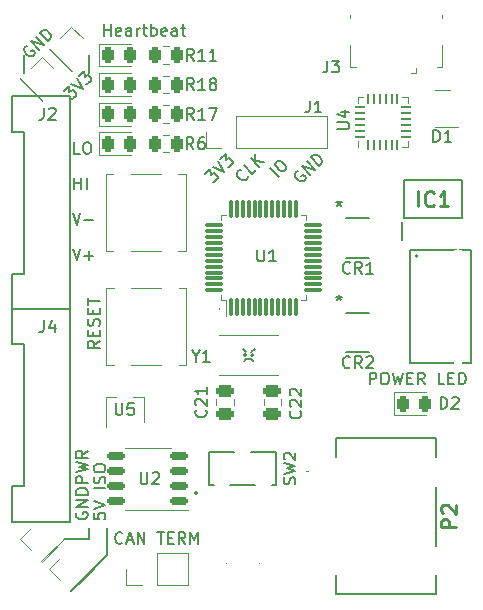
<source format=gto>
%TF.GenerationSoftware,KiCad,Pcbnew,7.0.2*%
%TF.CreationDate,2023-11-21T14:16:57-06:00*%
%TF.ProjectId,BPS-PeripheralSOM,4250532d-5065-4726-9970-686572616c53,rev?*%
%TF.SameCoordinates,Original*%
%TF.FileFunction,Legend,Top*%
%TF.FilePolarity,Positive*%
%FSLAX46Y46*%
G04 Gerber Fmt 4.6, Leading zero omitted, Abs format (unit mm)*
G04 Created by KiCad (PCBNEW 7.0.2) date 2023-11-21 14:16:57*
%MOMM*%
%LPD*%
G01*
G04 APERTURE LIST*
G04 Aperture macros list*
%AMRoundRect*
0 Rectangle with rounded corners*
0 $1 Rounding radius*
0 $2 $3 $4 $5 $6 $7 $8 $9 X,Y pos of 4 corners*
0 Add a 4 corners polygon primitive as box body*
4,1,4,$2,$3,$4,$5,$6,$7,$8,$9,$2,$3,0*
0 Add four circle primitives for the rounded corners*
1,1,$1+$1,$2,$3*
1,1,$1+$1,$4,$5*
1,1,$1+$1,$6,$7*
1,1,$1+$1,$8,$9*
0 Add four rect primitives between the rounded corners*
20,1,$1+$1,$2,$3,$4,$5,0*
20,1,$1+$1,$4,$5,$6,$7,0*
20,1,$1+$1,$6,$7,$8,$9,0*
20,1,$1+$1,$8,$9,$2,$3,0*%
%AMRotRect*
0 Rectangle, with rotation*
0 The origin of the aperture is its center*
0 $1 length*
0 $2 width*
0 $3 Rotation angle, in degrees counterclockwise*
0 Add horizontal line*
21,1,$1,$2,0,0,$3*%
G04 Aperture macros list end*
%ADD10C,0.150000*%
%ADD11C,0.200000*%
%ADD12C,0.254000*%
%ADD13C,0.120000*%
%ADD14C,0.100000*%
%ADD15C,0.152400*%
%ADD16RotRect,1.700000X1.700000X45.000000*%
%ADD17R,1.000000X2.750000*%
%ADD18RoundRect,0.250000X-0.475000X0.250000X-0.475000X-0.250000X0.475000X-0.250000X0.475000X0.250000X0*%
%ADD19R,1.700000X1.700000*%
%ADD20O,1.700000X1.700000*%
%ADD21R,0.700000X1.000000*%
%ADD22R,0.700000X0.600000*%
%ADD23R,0.650000X1.528000*%
%ADD24R,2.100000X1.000000*%
%ADD25R,1.700000X2.400000*%
%ADD26RoundRect,0.243750X-0.243750X-0.456250X0.243750X-0.456250X0.243750X0.456250X-0.243750X0.456250X0*%
%ADD27C,1.270000*%
%ADD28C,1.700000*%
%ADD29RotRect,1.700000X1.700000X315.000000*%
%ADD30RoundRect,0.250000X0.262500X0.450000X-0.262500X0.450000X-0.262500X-0.450000X0.262500X-0.450000X0*%
%ADD31RoundRect,0.075000X0.075000X-0.662500X0.075000X0.662500X-0.075000X0.662500X-0.075000X-0.662500X0*%
%ADD32RoundRect,0.075000X0.662500X-0.075000X0.662500X0.075000X-0.662500X0.075000X-0.662500X-0.075000X0*%
%ADD33RoundRect,0.062500X0.062500X-0.350000X0.062500X0.350000X-0.062500X0.350000X-0.062500X-0.350000X0*%
%ADD34RoundRect,0.062500X0.350000X-0.062500X0.350000X0.062500X-0.350000X0.062500X-0.350000X-0.062500X0*%
%ADD35R,2.600000X2.600000*%
%ADD36C,3.000000*%
%ADD37R,0.400000X1.350000*%
%ADD38O,1.200000X1.900000*%
%ADD39R,1.200000X1.900000*%
%ADD40C,1.450000*%
%ADD41R,1.500000X1.900000*%
%ADD42R,0.762000X1.117600*%
%ADD43RoundRect,0.150000X0.625000X0.150000X-0.625000X0.150000X-0.625000X-0.150000X0.625000X-0.150000X0*%
%ADD44R,1.003300X0.558800*%
%ADD45C,0.850000*%
G04 APERTURE END LIST*
D10*
X134200000Y-60000000D02*
X139300000Y-60000000D01*
X139300000Y-69600000D01*
X134200000Y-69600000D01*
X134200000Y-60000000D01*
X120900000Y-68900000D02*
G75*
G03*
X120900000Y-68900000I-100000J0D01*
G01*
X120700000Y-68600000D02*
X121000000Y-68400000D01*
X120899999Y-69447213D02*
G75*
G03*
X120100001Y-69447213I-399999J-199999D01*
G01*
X118000001Y-65000000D02*
G75*
G03*
X118000001Y-65000000I-1J0D01*
G01*
X107000000Y-84500000D02*
X104880904Y-84500000D01*
X101500000Y-45000000D02*
X101500000Y-43500000D01*
X108500000Y-83500000D02*
X108500000Y-85800000D01*
X120300000Y-68900000D02*
G75*
G03*
X120300000Y-68900000I-100000J0D01*
G01*
X120300000Y-68600000D02*
X120000000Y-68400000D01*
X107000000Y-45000000D02*
X107000000Y-43500000D01*
X107000000Y-83500000D02*
X107000000Y-84500000D01*
X108500000Y-85800000D02*
X105457574Y-88838478D01*
D11*
X134800000Y-60500000D02*
G75*
G03*
X134800000Y-60500000I-100000J0D01*
G01*
D10*
X104854410Y-46558303D02*
X105292143Y-46120570D01*
X105292143Y-46120570D02*
X105325814Y-46625646D01*
X105325814Y-46625646D02*
X105426830Y-46524631D01*
X105426830Y-46524631D02*
X105527845Y-46490959D01*
X105527845Y-46490959D02*
X105595188Y-46490959D01*
X105595188Y-46490959D02*
X105696204Y-46524631D01*
X105696204Y-46524631D02*
X105864562Y-46692990D01*
X105864562Y-46692990D02*
X105898234Y-46794005D01*
X105898234Y-46794005D02*
X105898234Y-46861349D01*
X105898234Y-46861349D02*
X105864562Y-46962364D01*
X105864562Y-46962364D02*
X105662532Y-47164394D01*
X105662532Y-47164394D02*
X105561517Y-47198066D01*
X105561517Y-47198066D02*
X105494173Y-47198066D01*
X105494173Y-45918540D02*
X106436982Y-46389944D01*
X106436982Y-46389944D02*
X105965578Y-45447135D01*
X106133937Y-45278776D02*
X106571669Y-44841043D01*
X106571669Y-44841043D02*
X106605341Y-45346120D01*
X106605341Y-45346120D02*
X106706356Y-45245104D01*
X106706356Y-45245104D02*
X106807372Y-45211433D01*
X106807372Y-45211433D02*
X106874715Y-45211433D01*
X106874715Y-45211433D02*
X106975730Y-45245104D01*
X106975730Y-45245104D02*
X107144089Y-45413463D01*
X107144089Y-45413463D02*
X107177761Y-45514478D01*
X107177761Y-45514478D02*
X107177761Y-45581822D01*
X107177761Y-45581822D02*
X107144089Y-45682837D01*
X107144089Y-45682837D02*
X106942059Y-45884868D01*
X106942059Y-45884868D02*
X106841043Y-45918539D01*
X106841043Y-45918539D02*
X106773700Y-45918539D01*
X105738095Y-54877619D02*
X105738095Y-53877619D01*
X105738095Y-54353809D02*
X106309523Y-54353809D01*
X106309523Y-54877619D02*
X106309523Y-53877619D01*
X106785714Y-54877619D02*
X106785714Y-53877619D01*
X130738095Y-71377619D02*
X130738095Y-70377619D01*
X130738095Y-70377619D02*
X131119047Y-70377619D01*
X131119047Y-70377619D02*
X131214285Y-70425238D01*
X131214285Y-70425238D02*
X131261904Y-70472857D01*
X131261904Y-70472857D02*
X131309523Y-70568095D01*
X131309523Y-70568095D02*
X131309523Y-70710952D01*
X131309523Y-70710952D02*
X131261904Y-70806190D01*
X131261904Y-70806190D02*
X131214285Y-70853809D01*
X131214285Y-70853809D02*
X131119047Y-70901428D01*
X131119047Y-70901428D02*
X130738095Y-70901428D01*
X131928571Y-70377619D02*
X132119047Y-70377619D01*
X132119047Y-70377619D02*
X132214285Y-70425238D01*
X132214285Y-70425238D02*
X132309523Y-70520476D01*
X132309523Y-70520476D02*
X132357142Y-70710952D01*
X132357142Y-70710952D02*
X132357142Y-71044285D01*
X132357142Y-71044285D02*
X132309523Y-71234761D01*
X132309523Y-71234761D02*
X132214285Y-71330000D01*
X132214285Y-71330000D02*
X132119047Y-71377619D01*
X132119047Y-71377619D02*
X131928571Y-71377619D01*
X131928571Y-71377619D02*
X131833333Y-71330000D01*
X131833333Y-71330000D02*
X131738095Y-71234761D01*
X131738095Y-71234761D02*
X131690476Y-71044285D01*
X131690476Y-71044285D02*
X131690476Y-70710952D01*
X131690476Y-70710952D02*
X131738095Y-70520476D01*
X131738095Y-70520476D02*
X131833333Y-70425238D01*
X131833333Y-70425238D02*
X131928571Y-70377619D01*
X132690476Y-70377619D02*
X132928571Y-71377619D01*
X132928571Y-71377619D02*
X133119047Y-70663333D01*
X133119047Y-70663333D02*
X133309523Y-71377619D01*
X133309523Y-71377619D02*
X133547619Y-70377619D01*
X133928571Y-70853809D02*
X134261904Y-70853809D01*
X134404761Y-71377619D02*
X133928571Y-71377619D01*
X133928571Y-71377619D02*
X133928571Y-70377619D01*
X133928571Y-70377619D02*
X134404761Y-70377619D01*
X135404761Y-71377619D02*
X135071428Y-70901428D01*
X134833333Y-71377619D02*
X134833333Y-70377619D01*
X134833333Y-70377619D02*
X135214285Y-70377619D01*
X135214285Y-70377619D02*
X135309523Y-70425238D01*
X135309523Y-70425238D02*
X135357142Y-70472857D01*
X135357142Y-70472857D02*
X135404761Y-70568095D01*
X135404761Y-70568095D02*
X135404761Y-70710952D01*
X135404761Y-70710952D02*
X135357142Y-70806190D01*
X135357142Y-70806190D02*
X135309523Y-70853809D01*
X135309523Y-70853809D02*
X135214285Y-70901428D01*
X135214285Y-70901428D02*
X134833333Y-70901428D01*
X137071428Y-71377619D02*
X136595238Y-71377619D01*
X136595238Y-71377619D02*
X136595238Y-70377619D01*
X137404762Y-70853809D02*
X137738095Y-70853809D01*
X137880952Y-71377619D02*
X137404762Y-71377619D01*
X137404762Y-71377619D02*
X137404762Y-70377619D01*
X137404762Y-70377619D02*
X137880952Y-70377619D01*
X138309524Y-71377619D02*
X138309524Y-70377619D01*
X138309524Y-70377619D02*
X138547619Y-70377619D01*
X138547619Y-70377619D02*
X138690476Y-70425238D01*
X138690476Y-70425238D02*
X138785714Y-70520476D01*
X138785714Y-70520476D02*
X138833333Y-70615714D01*
X138833333Y-70615714D02*
X138880952Y-70806190D01*
X138880952Y-70806190D02*
X138880952Y-70949047D01*
X138880952Y-70949047D02*
X138833333Y-71139523D01*
X138833333Y-71139523D02*
X138785714Y-71234761D01*
X138785714Y-71234761D02*
X138690476Y-71330000D01*
X138690476Y-71330000D02*
X138547619Y-71377619D01*
X138547619Y-71377619D02*
X138309524Y-71377619D01*
X120425223Y-53767017D02*
X120425223Y-53834360D01*
X120425223Y-53834360D02*
X120357879Y-53969047D01*
X120357879Y-53969047D02*
X120290536Y-54036391D01*
X120290536Y-54036391D02*
X120155849Y-54103734D01*
X120155849Y-54103734D02*
X120021162Y-54103734D01*
X120021162Y-54103734D02*
X119920146Y-54070062D01*
X119920146Y-54070062D02*
X119751788Y-53969047D01*
X119751788Y-53969047D02*
X119650772Y-53868032D01*
X119650772Y-53868032D02*
X119549757Y-53699673D01*
X119549757Y-53699673D02*
X119516085Y-53598658D01*
X119516085Y-53598658D02*
X119516085Y-53463971D01*
X119516085Y-53463971D02*
X119583429Y-53329284D01*
X119583429Y-53329284D02*
X119650772Y-53261940D01*
X119650772Y-53261940D02*
X119785459Y-53194597D01*
X119785459Y-53194597D02*
X119852803Y-53194597D01*
X121132329Y-53194597D02*
X120795612Y-53531314D01*
X120795612Y-53531314D02*
X120088505Y-52824208D01*
X121368032Y-52958894D02*
X120660925Y-52251788D01*
X121772093Y-52554833D02*
X121064986Y-52453818D01*
X121064986Y-51847727D02*
X121064986Y-52655849D01*
X108238095Y-41877619D02*
X108238095Y-40877619D01*
X108238095Y-41353809D02*
X108809523Y-41353809D01*
X108809523Y-41877619D02*
X108809523Y-40877619D01*
X109666666Y-41830000D02*
X109571428Y-41877619D01*
X109571428Y-41877619D02*
X109380952Y-41877619D01*
X109380952Y-41877619D02*
X109285714Y-41830000D01*
X109285714Y-41830000D02*
X109238095Y-41734761D01*
X109238095Y-41734761D02*
X109238095Y-41353809D01*
X109238095Y-41353809D02*
X109285714Y-41258571D01*
X109285714Y-41258571D02*
X109380952Y-41210952D01*
X109380952Y-41210952D02*
X109571428Y-41210952D01*
X109571428Y-41210952D02*
X109666666Y-41258571D01*
X109666666Y-41258571D02*
X109714285Y-41353809D01*
X109714285Y-41353809D02*
X109714285Y-41449047D01*
X109714285Y-41449047D02*
X109238095Y-41544285D01*
X110571428Y-41877619D02*
X110571428Y-41353809D01*
X110571428Y-41353809D02*
X110523809Y-41258571D01*
X110523809Y-41258571D02*
X110428571Y-41210952D01*
X110428571Y-41210952D02*
X110238095Y-41210952D01*
X110238095Y-41210952D02*
X110142857Y-41258571D01*
X110571428Y-41830000D02*
X110476190Y-41877619D01*
X110476190Y-41877619D02*
X110238095Y-41877619D01*
X110238095Y-41877619D02*
X110142857Y-41830000D01*
X110142857Y-41830000D02*
X110095238Y-41734761D01*
X110095238Y-41734761D02*
X110095238Y-41639523D01*
X110095238Y-41639523D02*
X110142857Y-41544285D01*
X110142857Y-41544285D02*
X110238095Y-41496666D01*
X110238095Y-41496666D02*
X110476190Y-41496666D01*
X110476190Y-41496666D02*
X110571428Y-41449047D01*
X111047619Y-41877619D02*
X111047619Y-41210952D01*
X111047619Y-41401428D02*
X111095238Y-41306190D01*
X111095238Y-41306190D02*
X111142857Y-41258571D01*
X111142857Y-41258571D02*
X111238095Y-41210952D01*
X111238095Y-41210952D02*
X111333333Y-41210952D01*
X111523810Y-41210952D02*
X111904762Y-41210952D01*
X111666667Y-40877619D02*
X111666667Y-41734761D01*
X111666667Y-41734761D02*
X111714286Y-41830000D01*
X111714286Y-41830000D02*
X111809524Y-41877619D01*
X111809524Y-41877619D02*
X111904762Y-41877619D01*
X112238096Y-41877619D02*
X112238096Y-40877619D01*
X112238096Y-41258571D02*
X112333334Y-41210952D01*
X112333334Y-41210952D02*
X112523810Y-41210952D01*
X112523810Y-41210952D02*
X112619048Y-41258571D01*
X112619048Y-41258571D02*
X112666667Y-41306190D01*
X112666667Y-41306190D02*
X112714286Y-41401428D01*
X112714286Y-41401428D02*
X112714286Y-41687142D01*
X112714286Y-41687142D02*
X112666667Y-41782380D01*
X112666667Y-41782380D02*
X112619048Y-41830000D01*
X112619048Y-41830000D02*
X112523810Y-41877619D01*
X112523810Y-41877619D02*
X112333334Y-41877619D01*
X112333334Y-41877619D02*
X112238096Y-41830000D01*
X113523810Y-41830000D02*
X113428572Y-41877619D01*
X113428572Y-41877619D02*
X113238096Y-41877619D01*
X113238096Y-41877619D02*
X113142858Y-41830000D01*
X113142858Y-41830000D02*
X113095239Y-41734761D01*
X113095239Y-41734761D02*
X113095239Y-41353809D01*
X113095239Y-41353809D02*
X113142858Y-41258571D01*
X113142858Y-41258571D02*
X113238096Y-41210952D01*
X113238096Y-41210952D02*
X113428572Y-41210952D01*
X113428572Y-41210952D02*
X113523810Y-41258571D01*
X113523810Y-41258571D02*
X113571429Y-41353809D01*
X113571429Y-41353809D02*
X113571429Y-41449047D01*
X113571429Y-41449047D02*
X113095239Y-41544285D01*
X114428572Y-41877619D02*
X114428572Y-41353809D01*
X114428572Y-41353809D02*
X114380953Y-41258571D01*
X114380953Y-41258571D02*
X114285715Y-41210952D01*
X114285715Y-41210952D02*
X114095239Y-41210952D01*
X114095239Y-41210952D02*
X114000001Y-41258571D01*
X114428572Y-41830000D02*
X114333334Y-41877619D01*
X114333334Y-41877619D02*
X114095239Y-41877619D01*
X114095239Y-41877619D02*
X114000001Y-41830000D01*
X114000001Y-41830000D02*
X113952382Y-41734761D01*
X113952382Y-41734761D02*
X113952382Y-41639523D01*
X113952382Y-41639523D02*
X114000001Y-41544285D01*
X114000001Y-41544285D02*
X114095239Y-41496666D01*
X114095239Y-41496666D02*
X114333334Y-41496666D01*
X114333334Y-41496666D02*
X114428572Y-41449047D01*
X114761906Y-41210952D02*
X115142858Y-41210952D01*
X114904763Y-40877619D02*
X114904763Y-41734761D01*
X114904763Y-41734761D02*
X114952382Y-41830000D01*
X114952382Y-41830000D02*
X115047620Y-41877619D01*
X115047620Y-41877619D02*
X115142858Y-41877619D01*
X105595238Y-59877619D02*
X105928571Y-60877619D01*
X105928571Y-60877619D02*
X106261904Y-59877619D01*
X106595238Y-60496666D02*
X107357143Y-60496666D01*
X106976190Y-60877619D02*
X106976190Y-60115714D01*
X116830891Y-53581822D02*
X117268624Y-53144089D01*
X117268624Y-53144089D02*
X117302296Y-53649165D01*
X117302296Y-53649165D02*
X117403311Y-53548150D01*
X117403311Y-53548150D02*
X117504326Y-53514478D01*
X117504326Y-53514478D02*
X117571670Y-53514478D01*
X117571670Y-53514478D02*
X117672685Y-53548150D01*
X117672685Y-53548150D02*
X117841044Y-53716509D01*
X117841044Y-53716509D02*
X117874715Y-53817524D01*
X117874715Y-53817524D02*
X117874715Y-53884867D01*
X117874715Y-53884867D02*
X117841044Y-53985883D01*
X117841044Y-53985883D02*
X117639013Y-54187913D01*
X117639013Y-54187913D02*
X117537998Y-54221585D01*
X117537998Y-54221585D02*
X117470654Y-54221585D01*
X117470654Y-52942058D02*
X118413463Y-53413463D01*
X118413463Y-53413463D02*
X117942059Y-52470654D01*
X118110418Y-52302295D02*
X118548151Y-51864562D01*
X118548151Y-51864562D02*
X118581822Y-52369638D01*
X118581822Y-52369638D02*
X118682838Y-52268623D01*
X118682838Y-52268623D02*
X118783853Y-52234951D01*
X118783853Y-52234951D02*
X118851196Y-52234951D01*
X118851196Y-52234951D02*
X118952212Y-52268623D01*
X118952212Y-52268623D02*
X119120570Y-52436982D01*
X119120570Y-52436982D02*
X119154242Y-52537997D01*
X119154242Y-52537997D02*
X119154242Y-52605341D01*
X119154242Y-52605341D02*
X119120570Y-52706356D01*
X119120570Y-52706356D02*
X118918540Y-52908386D01*
X118918540Y-52908386D02*
X118817525Y-52942058D01*
X118817525Y-52942058D02*
X118750181Y-52942058D01*
X123043074Y-53783852D02*
X122335968Y-53076745D01*
X122807372Y-52605341D02*
X122942059Y-52470654D01*
X122942059Y-52470654D02*
X123043074Y-52436982D01*
X123043074Y-52436982D02*
X123177761Y-52436982D01*
X123177761Y-52436982D02*
X123346120Y-52537997D01*
X123346120Y-52537997D02*
X123581822Y-52773700D01*
X123581822Y-52773700D02*
X123682837Y-52942058D01*
X123682837Y-52942058D02*
X123682837Y-53076745D01*
X123682837Y-53076745D02*
X123649166Y-53177761D01*
X123649166Y-53177761D02*
X123514479Y-53312448D01*
X123514479Y-53312448D02*
X123413463Y-53346119D01*
X123413463Y-53346119D02*
X123278776Y-53346119D01*
X123278776Y-53346119D02*
X123110418Y-53245104D01*
X123110418Y-53245104D02*
X122874715Y-53009402D01*
X122874715Y-53009402D02*
X122773700Y-52841043D01*
X122773700Y-52841043D02*
X122773700Y-52706356D01*
X122773700Y-52706356D02*
X122807372Y-52605341D01*
X106214285Y-51877619D02*
X105738095Y-51877619D01*
X105738095Y-51877619D02*
X105738095Y-50877619D01*
X106738095Y-50877619D02*
X106928571Y-50877619D01*
X106928571Y-50877619D02*
X107023809Y-50925238D01*
X107023809Y-50925238D02*
X107119047Y-51020476D01*
X107119047Y-51020476D02*
X107166666Y-51210952D01*
X107166666Y-51210952D02*
X107166666Y-51544285D01*
X107166666Y-51544285D02*
X107119047Y-51734761D01*
X107119047Y-51734761D02*
X107023809Y-51830000D01*
X107023809Y-51830000D02*
X106928571Y-51877619D01*
X106928571Y-51877619D02*
X106738095Y-51877619D01*
X106738095Y-51877619D02*
X106642857Y-51830000D01*
X106642857Y-51830000D02*
X106547619Y-51734761D01*
X106547619Y-51734761D02*
X106500000Y-51544285D01*
X106500000Y-51544285D02*
X106500000Y-51210952D01*
X106500000Y-51210952D02*
X106547619Y-51020476D01*
X106547619Y-51020476D02*
X106642857Y-50925238D01*
X106642857Y-50925238D02*
X106738095Y-50877619D01*
X105595238Y-56877619D02*
X105928571Y-57877619D01*
X105928571Y-57877619D02*
X106261904Y-56877619D01*
X106595238Y-57496666D02*
X107357143Y-57496666D01*
X109809523Y-84782380D02*
X109761904Y-84830000D01*
X109761904Y-84830000D02*
X109619047Y-84877619D01*
X109619047Y-84877619D02*
X109523809Y-84877619D01*
X109523809Y-84877619D02*
X109380952Y-84830000D01*
X109380952Y-84830000D02*
X109285714Y-84734761D01*
X109285714Y-84734761D02*
X109238095Y-84639523D01*
X109238095Y-84639523D02*
X109190476Y-84449047D01*
X109190476Y-84449047D02*
X109190476Y-84306190D01*
X109190476Y-84306190D02*
X109238095Y-84115714D01*
X109238095Y-84115714D02*
X109285714Y-84020476D01*
X109285714Y-84020476D02*
X109380952Y-83925238D01*
X109380952Y-83925238D02*
X109523809Y-83877619D01*
X109523809Y-83877619D02*
X109619047Y-83877619D01*
X109619047Y-83877619D02*
X109761904Y-83925238D01*
X109761904Y-83925238D02*
X109809523Y-83972857D01*
X110190476Y-84591904D02*
X110666666Y-84591904D01*
X110095238Y-84877619D02*
X110428571Y-83877619D01*
X110428571Y-83877619D02*
X110761904Y-84877619D01*
X111095238Y-84877619D02*
X111095238Y-83877619D01*
X111095238Y-83877619D02*
X111666666Y-84877619D01*
X111666666Y-84877619D02*
X111666666Y-83877619D01*
X112761905Y-83877619D02*
X113333333Y-83877619D01*
X113047619Y-84877619D02*
X113047619Y-83877619D01*
X113666667Y-84353809D02*
X114000000Y-84353809D01*
X114142857Y-84877619D02*
X113666667Y-84877619D01*
X113666667Y-84877619D02*
X113666667Y-83877619D01*
X113666667Y-83877619D02*
X114142857Y-83877619D01*
X115142857Y-84877619D02*
X114809524Y-84401428D01*
X114571429Y-84877619D02*
X114571429Y-83877619D01*
X114571429Y-83877619D02*
X114952381Y-83877619D01*
X114952381Y-83877619D02*
X115047619Y-83925238D01*
X115047619Y-83925238D02*
X115095238Y-83972857D01*
X115095238Y-83972857D02*
X115142857Y-84068095D01*
X115142857Y-84068095D02*
X115142857Y-84210952D01*
X115142857Y-84210952D02*
X115095238Y-84306190D01*
X115095238Y-84306190D02*
X115047619Y-84353809D01*
X115047619Y-84353809D02*
X114952381Y-84401428D01*
X114952381Y-84401428D02*
X114571429Y-84401428D01*
X115571429Y-84877619D02*
X115571429Y-83877619D01*
X115571429Y-83877619D02*
X115904762Y-84591904D01*
X115904762Y-84591904D02*
X116238095Y-83877619D01*
X116238095Y-83877619D02*
X116238095Y-84877619D01*
X101778776Y-42701280D02*
X101677761Y-42734952D01*
X101677761Y-42734952D02*
X101576746Y-42835967D01*
X101576746Y-42835967D02*
X101509402Y-42970654D01*
X101509402Y-42970654D02*
X101509402Y-43105341D01*
X101509402Y-43105341D02*
X101543074Y-43206356D01*
X101543074Y-43206356D02*
X101644089Y-43374715D01*
X101644089Y-43374715D02*
X101745104Y-43475730D01*
X101745104Y-43475730D02*
X101913463Y-43576746D01*
X101913463Y-43576746D02*
X102014478Y-43610417D01*
X102014478Y-43610417D02*
X102149165Y-43610417D01*
X102149165Y-43610417D02*
X102283852Y-43543074D01*
X102283852Y-43543074D02*
X102351196Y-43475730D01*
X102351196Y-43475730D02*
X102418539Y-43341043D01*
X102418539Y-43341043D02*
X102418539Y-43273700D01*
X102418539Y-43273700D02*
X102182837Y-43037998D01*
X102182837Y-43037998D02*
X102048150Y-43172685D01*
X102788929Y-43037998D02*
X102081822Y-42330891D01*
X102081822Y-42330891D02*
X103192990Y-42633937D01*
X103192990Y-42633937D02*
X102485883Y-41926830D01*
X103529707Y-42297219D02*
X102822600Y-41590112D01*
X102822600Y-41590112D02*
X102990959Y-41421754D01*
X102990959Y-41421754D02*
X103125646Y-41354410D01*
X103125646Y-41354410D02*
X103260333Y-41354410D01*
X103260333Y-41354410D02*
X103361348Y-41388082D01*
X103361348Y-41388082D02*
X103529707Y-41489097D01*
X103529707Y-41489097D02*
X103630722Y-41590112D01*
X103630722Y-41590112D02*
X103731738Y-41758471D01*
X103731738Y-41758471D02*
X103765409Y-41859486D01*
X103765409Y-41859486D02*
X103765409Y-41994173D01*
X103765409Y-41994173D02*
X103698066Y-42128860D01*
X103698066Y-42128860D02*
X103529707Y-42297219D01*
X124701280Y-53278776D02*
X124600265Y-53312447D01*
X124600265Y-53312447D02*
X124499250Y-53413463D01*
X124499250Y-53413463D02*
X124431906Y-53548150D01*
X124431906Y-53548150D02*
X124431906Y-53682837D01*
X124431906Y-53682837D02*
X124465578Y-53783852D01*
X124465578Y-53783852D02*
X124566593Y-53952211D01*
X124566593Y-53952211D02*
X124667609Y-54053226D01*
X124667609Y-54053226D02*
X124835967Y-54154241D01*
X124835967Y-54154241D02*
X124936983Y-54187913D01*
X124936983Y-54187913D02*
X125071670Y-54187913D01*
X125071670Y-54187913D02*
X125206357Y-54120570D01*
X125206357Y-54120570D02*
X125273700Y-54053226D01*
X125273700Y-54053226D02*
X125341044Y-53918539D01*
X125341044Y-53918539D02*
X125341044Y-53851195D01*
X125341044Y-53851195D02*
X125105341Y-53615493D01*
X125105341Y-53615493D02*
X124970654Y-53750180D01*
X125711433Y-53615493D02*
X125004326Y-52908386D01*
X125004326Y-52908386D02*
X126115494Y-53211432D01*
X126115494Y-53211432D02*
X125408387Y-52504325D01*
X126452211Y-52874715D02*
X125745105Y-52167608D01*
X125745105Y-52167608D02*
X125913463Y-51999249D01*
X125913463Y-51999249D02*
X126048150Y-51931906D01*
X126048150Y-51931906D02*
X126182837Y-51931906D01*
X126182837Y-51931906D02*
X126283853Y-51965577D01*
X126283853Y-51965577D02*
X126452211Y-52066593D01*
X126452211Y-52066593D02*
X126553227Y-52167608D01*
X126553227Y-52167608D02*
X126654242Y-52335967D01*
X126654242Y-52335967D02*
X126687914Y-52436982D01*
X126687914Y-52436982D02*
X126687914Y-52571669D01*
X126687914Y-52571669D02*
X126620570Y-52706356D01*
X126620570Y-52706356D02*
X126452211Y-52874715D01*
X107877619Y-67690476D02*
X107401428Y-68023809D01*
X107877619Y-68261904D02*
X106877619Y-68261904D01*
X106877619Y-68261904D02*
X106877619Y-67880952D01*
X106877619Y-67880952D02*
X106925238Y-67785714D01*
X106925238Y-67785714D02*
X106972857Y-67738095D01*
X106972857Y-67738095D02*
X107068095Y-67690476D01*
X107068095Y-67690476D02*
X107210952Y-67690476D01*
X107210952Y-67690476D02*
X107306190Y-67738095D01*
X107306190Y-67738095D02*
X107353809Y-67785714D01*
X107353809Y-67785714D02*
X107401428Y-67880952D01*
X107401428Y-67880952D02*
X107401428Y-68261904D01*
X107353809Y-67261904D02*
X107353809Y-66928571D01*
X107877619Y-66785714D02*
X107877619Y-67261904D01*
X107877619Y-67261904D02*
X106877619Y-67261904D01*
X106877619Y-67261904D02*
X106877619Y-66785714D01*
X107830000Y-66404761D02*
X107877619Y-66261904D01*
X107877619Y-66261904D02*
X107877619Y-66023809D01*
X107877619Y-66023809D02*
X107830000Y-65928571D01*
X107830000Y-65928571D02*
X107782380Y-65880952D01*
X107782380Y-65880952D02*
X107687142Y-65833333D01*
X107687142Y-65833333D02*
X107591904Y-65833333D01*
X107591904Y-65833333D02*
X107496666Y-65880952D01*
X107496666Y-65880952D02*
X107449047Y-65928571D01*
X107449047Y-65928571D02*
X107401428Y-66023809D01*
X107401428Y-66023809D02*
X107353809Y-66214285D01*
X107353809Y-66214285D02*
X107306190Y-66309523D01*
X107306190Y-66309523D02*
X107258571Y-66357142D01*
X107258571Y-66357142D02*
X107163333Y-66404761D01*
X107163333Y-66404761D02*
X107068095Y-66404761D01*
X107068095Y-66404761D02*
X106972857Y-66357142D01*
X106972857Y-66357142D02*
X106925238Y-66309523D01*
X106925238Y-66309523D02*
X106877619Y-66214285D01*
X106877619Y-66214285D02*
X106877619Y-65976190D01*
X106877619Y-65976190D02*
X106925238Y-65833333D01*
X107353809Y-65404761D02*
X107353809Y-65071428D01*
X107877619Y-64928571D02*
X107877619Y-65404761D01*
X107877619Y-65404761D02*
X106877619Y-65404761D01*
X106877619Y-65404761D02*
X106877619Y-64928571D01*
X106877619Y-64642856D02*
X106877619Y-64071428D01*
X107877619Y-64357142D02*
X106877619Y-64357142D01*
X107377619Y-82285714D02*
X107377619Y-82761904D01*
X107377619Y-82761904D02*
X107853809Y-82809523D01*
X107853809Y-82809523D02*
X107806190Y-82761904D01*
X107806190Y-82761904D02*
X107758571Y-82666666D01*
X107758571Y-82666666D02*
X107758571Y-82428571D01*
X107758571Y-82428571D02*
X107806190Y-82333333D01*
X107806190Y-82333333D02*
X107853809Y-82285714D01*
X107853809Y-82285714D02*
X107949047Y-82238095D01*
X107949047Y-82238095D02*
X108187142Y-82238095D01*
X108187142Y-82238095D02*
X108282380Y-82285714D01*
X108282380Y-82285714D02*
X108330000Y-82333333D01*
X108330000Y-82333333D02*
X108377619Y-82428571D01*
X108377619Y-82428571D02*
X108377619Y-82666666D01*
X108377619Y-82666666D02*
X108330000Y-82761904D01*
X108330000Y-82761904D02*
X108282380Y-82809523D01*
X107377619Y-81952380D02*
X108377619Y-81619047D01*
X108377619Y-81619047D02*
X107377619Y-81285714D01*
X108377619Y-80190475D02*
X107377619Y-80190475D01*
X108330000Y-79761904D02*
X108377619Y-79619047D01*
X108377619Y-79619047D02*
X108377619Y-79380952D01*
X108377619Y-79380952D02*
X108330000Y-79285714D01*
X108330000Y-79285714D02*
X108282380Y-79238095D01*
X108282380Y-79238095D02*
X108187142Y-79190476D01*
X108187142Y-79190476D02*
X108091904Y-79190476D01*
X108091904Y-79190476D02*
X107996666Y-79238095D01*
X107996666Y-79238095D02*
X107949047Y-79285714D01*
X107949047Y-79285714D02*
X107901428Y-79380952D01*
X107901428Y-79380952D02*
X107853809Y-79571428D01*
X107853809Y-79571428D02*
X107806190Y-79666666D01*
X107806190Y-79666666D02*
X107758571Y-79714285D01*
X107758571Y-79714285D02*
X107663333Y-79761904D01*
X107663333Y-79761904D02*
X107568095Y-79761904D01*
X107568095Y-79761904D02*
X107472857Y-79714285D01*
X107472857Y-79714285D02*
X107425238Y-79666666D01*
X107425238Y-79666666D02*
X107377619Y-79571428D01*
X107377619Y-79571428D02*
X107377619Y-79333333D01*
X107377619Y-79333333D02*
X107425238Y-79190476D01*
X107377619Y-78571428D02*
X107377619Y-78380952D01*
X107377619Y-78380952D02*
X107425238Y-78285714D01*
X107425238Y-78285714D02*
X107520476Y-78190476D01*
X107520476Y-78190476D02*
X107710952Y-78142857D01*
X107710952Y-78142857D02*
X108044285Y-78142857D01*
X108044285Y-78142857D02*
X108234761Y-78190476D01*
X108234761Y-78190476D02*
X108330000Y-78285714D01*
X108330000Y-78285714D02*
X108377619Y-78380952D01*
X108377619Y-78380952D02*
X108377619Y-78571428D01*
X108377619Y-78571428D02*
X108330000Y-78666666D01*
X108330000Y-78666666D02*
X108234761Y-78761904D01*
X108234761Y-78761904D02*
X108044285Y-78809523D01*
X108044285Y-78809523D02*
X107710952Y-78809523D01*
X107710952Y-78809523D02*
X107520476Y-78761904D01*
X107520476Y-78761904D02*
X107425238Y-78666666D01*
X107425238Y-78666666D02*
X107377619Y-78571428D01*
X105925238Y-82238095D02*
X105877619Y-82333333D01*
X105877619Y-82333333D02*
X105877619Y-82476190D01*
X105877619Y-82476190D02*
X105925238Y-82619047D01*
X105925238Y-82619047D02*
X106020476Y-82714285D01*
X106020476Y-82714285D02*
X106115714Y-82761904D01*
X106115714Y-82761904D02*
X106306190Y-82809523D01*
X106306190Y-82809523D02*
X106449047Y-82809523D01*
X106449047Y-82809523D02*
X106639523Y-82761904D01*
X106639523Y-82761904D02*
X106734761Y-82714285D01*
X106734761Y-82714285D02*
X106830000Y-82619047D01*
X106830000Y-82619047D02*
X106877619Y-82476190D01*
X106877619Y-82476190D02*
X106877619Y-82380952D01*
X106877619Y-82380952D02*
X106830000Y-82238095D01*
X106830000Y-82238095D02*
X106782380Y-82190476D01*
X106782380Y-82190476D02*
X106449047Y-82190476D01*
X106449047Y-82190476D02*
X106449047Y-82380952D01*
X106877619Y-81761904D02*
X105877619Y-81761904D01*
X105877619Y-81761904D02*
X106877619Y-81190476D01*
X106877619Y-81190476D02*
X105877619Y-81190476D01*
X106877619Y-80714285D02*
X105877619Y-80714285D01*
X105877619Y-80714285D02*
X105877619Y-80476190D01*
X105877619Y-80476190D02*
X105925238Y-80333333D01*
X105925238Y-80333333D02*
X106020476Y-80238095D01*
X106020476Y-80238095D02*
X106115714Y-80190476D01*
X106115714Y-80190476D02*
X106306190Y-80142857D01*
X106306190Y-80142857D02*
X106449047Y-80142857D01*
X106449047Y-80142857D02*
X106639523Y-80190476D01*
X106639523Y-80190476D02*
X106734761Y-80238095D01*
X106734761Y-80238095D02*
X106830000Y-80333333D01*
X106830000Y-80333333D02*
X106877619Y-80476190D01*
X106877619Y-80476190D02*
X106877619Y-80714285D01*
X106877619Y-79714285D02*
X105877619Y-79714285D01*
X105877619Y-79714285D02*
X105877619Y-79333333D01*
X105877619Y-79333333D02*
X105925238Y-79238095D01*
X105925238Y-79238095D02*
X105972857Y-79190476D01*
X105972857Y-79190476D02*
X106068095Y-79142857D01*
X106068095Y-79142857D02*
X106210952Y-79142857D01*
X106210952Y-79142857D02*
X106306190Y-79190476D01*
X106306190Y-79190476D02*
X106353809Y-79238095D01*
X106353809Y-79238095D02*
X106401428Y-79333333D01*
X106401428Y-79333333D02*
X106401428Y-79714285D01*
X105877619Y-78809523D02*
X106877619Y-78571428D01*
X106877619Y-78571428D02*
X106163333Y-78380952D01*
X106163333Y-78380952D02*
X106877619Y-78190476D01*
X106877619Y-78190476D02*
X105877619Y-77952381D01*
X106877619Y-77000000D02*
X106401428Y-77333333D01*
X106877619Y-77571428D02*
X105877619Y-77571428D01*
X105877619Y-77571428D02*
X105877619Y-77190476D01*
X105877619Y-77190476D02*
X105925238Y-77095238D01*
X105925238Y-77095238D02*
X105972857Y-77047619D01*
X105972857Y-77047619D02*
X106068095Y-77000000D01*
X106068095Y-77000000D02*
X106210952Y-77000000D01*
X106210952Y-77000000D02*
X106306190Y-77047619D01*
X106306190Y-77047619D02*
X106353809Y-77095238D01*
X106353809Y-77095238D02*
X106401428Y-77190476D01*
X106401428Y-77190476D02*
X106401428Y-77571428D01*
%TO.C,C22*%
X124867380Y-73642857D02*
X124915000Y-73690476D01*
X124915000Y-73690476D02*
X124962619Y-73833333D01*
X124962619Y-73833333D02*
X124962619Y-73928571D01*
X124962619Y-73928571D02*
X124915000Y-74071428D01*
X124915000Y-74071428D02*
X124819761Y-74166666D01*
X124819761Y-74166666D02*
X124724523Y-74214285D01*
X124724523Y-74214285D02*
X124534047Y-74261904D01*
X124534047Y-74261904D02*
X124391190Y-74261904D01*
X124391190Y-74261904D02*
X124200714Y-74214285D01*
X124200714Y-74214285D02*
X124105476Y-74166666D01*
X124105476Y-74166666D02*
X124010238Y-74071428D01*
X124010238Y-74071428D02*
X123962619Y-73928571D01*
X123962619Y-73928571D02*
X123962619Y-73833333D01*
X123962619Y-73833333D02*
X124010238Y-73690476D01*
X124010238Y-73690476D02*
X124057857Y-73642857D01*
X124057857Y-73261904D02*
X124010238Y-73214285D01*
X124010238Y-73214285D02*
X123962619Y-73119047D01*
X123962619Y-73119047D02*
X123962619Y-72880952D01*
X123962619Y-72880952D02*
X124010238Y-72785714D01*
X124010238Y-72785714D02*
X124057857Y-72738095D01*
X124057857Y-72738095D02*
X124153095Y-72690476D01*
X124153095Y-72690476D02*
X124248333Y-72690476D01*
X124248333Y-72690476D02*
X124391190Y-72738095D01*
X124391190Y-72738095D02*
X124962619Y-73309523D01*
X124962619Y-73309523D02*
X124962619Y-72690476D01*
X124057857Y-72309523D02*
X124010238Y-72261904D01*
X124010238Y-72261904D02*
X123962619Y-72166666D01*
X123962619Y-72166666D02*
X123962619Y-71928571D01*
X123962619Y-71928571D02*
X124010238Y-71833333D01*
X124010238Y-71833333D02*
X124057857Y-71785714D01*
X124057857Y-71785714D02*
X124153095Y-71738095D01*
X124153095Y-71738095D02*
X124248333Y-71738095D01*
X124248333Y-71738095D02*
X124391190Y-71785714D01*
X124391190Y-71785714D02*
X124962619Y-72357142D01*
X124962619Y-72357142D02*
X124962619Y-71738095D01*
%TO.C,J1*%
X125666666Y-47352619D02*
X125666666Y-48066904D01*
X125666666Y-48066904D02*
X125619047Y-48209761D01*
X125619047Y-48209761D02*
X125523809Y-48305000D01*
X125523809Y-48305000D02*
X125380952Y-48352619D01*
X125380952Y-48352619D02*
X125285714Y-48352619D01*
X126666666Y-48352619D02*
X126095238Y-48352619D01*
X126380952Y-48352619D02*
X126380952Y-47352619D01*
X126380952Y-47352619D02*
X126285714Y-47495476D01*
X126285714Y-47495476D02*
X126190476Y-47590714D01*
X126190476Y-47590714D02*
X126095238Y-47638333D01*
%TO.C,D1*%
X136141905Y-50842619D02*
X136141905Y-49842619D01*
X136141905Y-49842619D02*
X136380000Y-49842619D01*
X136380000Y-49842619D02*
X136522857Y-49890238D01*
X136522857Y-49890238D02*
X136618095Y-49985476D01*
X136618095Y-49985476D02*
X136665714Y-50080714D01*
X136665714Y-50080714D02*
X136713333Y-50271190D01*
X136713333Y-50271190D02*
X136713333Y-50414047D01*
X136713333Y-50414047D02*
X136665714Y-50604523D01*
X136665714Y-50604523D02*
X136618095Y-50699761D01*
X136618095Y-50699761D02*
X136522857Y-50795000D01*
X136522857Y-50795000D02*
X136380000Y-50842619D01*
X136380000Y-50842619D02*
X136141905Y-50842619D01*
X137665714Y-50842619D02*
X137094286Y-50842619D01*
X137380000Y-50842619D02*
X137380000Y-49842619D01*
X137380000Y-49842619D02*
X137284762Y-49985476D01*
X137284762Y-49985476D02*
X137189524Y-50080714D01*
X137189524Y-50080714D02*
X137094286Y-50128333D01*
D12*
%TO.C,IC1*%
X134855237Y-56298526D02*
X134855237Y-55028526D01*
X136185714Y-56177573D02*
X136125238Y-56238050D01*
X136125238Y-56238050D02*
X135943809Y-56298526D01*
X135943809Y-56298526D02*
X135822857Y-56298526D01*
X135822857Y-56298526D02*
X135641428Y-56238050D01*
X135641428Y-56238050D02*
X135520476Y-56117097D01*
X135520476Y-56117097D02*
X135459999Y-55996145D01*
X135459999Y-55996145D02*
X135399523Y-55754240D01*
X135399523Y-55754240D02*
X135399523Y-55572811D01*
X135399523Y-55572811D02*
X135459999Y-55330907D01*
X135459999Y-55330907D02*
X135520476Y-55209954D01*
X135520476Y-55209954D02*
X135641428Y-55089002D01*
X135641428Y-55089002D02*
X135822857Y-55028526D01*
X135822857Y-55028526D02*
X135943809Y-55028526D01*
X135943809Y-55028526D02*
X136125238Y-55089002D01*
X136125238Y-55089002D02*
X136185714Y-55149478D01*
X137395238Y-56298526D02*
X136669523Y-56298526D01*
X137032380Y-56298526D02*
X137032380Y-55028526D01*
X137032380Y-55028526D02*
X136911428Y-55209954D01*
X136911428Y-55209954D02*
X136790476Y-55330907D01*
X136790476Y-55330907D02*
X136669523Y-55391383D01*
%TO.C,P2*%
X138087526Y-83487381D02*
X136817526Y-83487381D01*
X136817526Y-83487381D02*
X136817526Y-83003571D01*
X136817526Y-83003571D02*
X136878002Y-82882619D01*
X136878002Y-82882619D02*
X136938478Y-82822142D01*
X136938478Y-82822142D02*
X137059430Y-82761666D01*
X137059430Y-82761666D02*
X137240859Y-82761666D01*
X137240859Y-82761666D02*
X137361811Y-82822142D01*
X137361811Y-82822142D02*
X137422288Y-82882619D01*
X137422288Y-82882619D02*
X137482764Y-83003571D01*
X137482764Y-83003571D02*
X137482764Y-83487381D01*
X136938478Y-82277857D02*
X136878002Y-82217381D01*
X136878002Y-82217381D02*
X136817526Y-82096428D01*
X136817526Y-82096428D02*
X136817526Y-81794047D01*
X136817526Y-81794047D02*
X136878002Y-81673095D01*
X136878002Y-81673095D02*
X136938478Y-81612619D01*
X136938478Y-81612619D02*
X137059430Y-81552142D01*
X137059430Y-81552142D02*
X137180383Y-81552142D01*
X137180383Y-81552142D02*
X137361811Y-81612619D01*
X137361811Y-81612619D02*
X138087526Y-82338333D01*
X138087526Y-82338333D02*
X138087526Y-81552142D01*
D10*
%TO.C,Y1*%
X116023809Y-68986428D02*
X116023809Y-69462619D01*
X115690476Y-68462619D02*
X116023809Y-68986428D01*
X116023809Y-68986428D02*
X116357142Y-68462619D01*
X117214285Y-69462619D02*
X116642857Y-69462619D01*
X116928571Y-69462619D02*
X116928571Y-68462619D01*
X116928571Y-68462619D02*
X116833333Y-68605476D01*
X116833333Y-68605476D02*
X116738095Y-68700714D01*
X116738095Y-68700714D02*
X116642857Y-68748333D01*
%TO.C,J4*%
X103166666Y-65962619D02*
X103166666Y-66676904D01*
X103166666Y-66676904D02*
X103119047Y-66819761D01*
X103119047Y-66819761D02*
X103023809Y-66915000D01*
X103023809Y-66915000D02*
X102880952Y-66962619D01*
X102880952Y-66962619D02*
X102785714Y-66962619D01*
X104071428Y-66295952D02*
X104071428Y-66962619D01*
X103833333Y-65915000D02*
X103595238Y-66629285D01*
X103595238Y-66629285D02*
X104214285Y-66629285D01*
%TO.C,U5*%
X109238095Y-72962619D02*
X109238095Y-73772142D01*
X109238095Y-73772142D02*
X109285714Y-73867380D01*
X109285714Y-73867380D02*
X109333333Y-73915000D01*
X109333333Y-73915000D02*
X109428571Y-73962619D01*
X109428571Y-73962619D02*
X109619047Y-73962619D01*
X109619047Y-73962619D02*
X109714285Y-73915000D01*
X109714285Y-73915000D02*
X109761904Y-73867380D01*
X109761904Y-73867380D02*
X109809523Y-73772142D01*
X109809523Y-73772142D02*
X109809523Y-72962619D01*
X110761904Y-72962619D02*
X110285714Y-72962619D01*
X110285714Y-72962619D02*
X110238095Y-73438809D01*
X110238095Y-73438809D02*
X110285714Y-73391190D01*
X110285714Y-73391190D02*
X110380952Y-73343571D01*
X110380952Y-73343571D02*
X110619047Y-73343571D01*
X110619047Y-73343571D02*
X110714285Y-73391190D01*
X110714285Y-73391190D02*
X110761904Y-73438809D01*
X110761904Y-73438809D02*
X110809523Y-73534047D01*
X110809523Y-73534047D02*
X110809523Y-73772142D01*
X110809523Y-73772142D02*
X110761904Y-73867380D01*
X110761904Y-73867380D02*
X110714285Y-73915000D01*
X110714285Y-73915000D02*
X110619047Y-73962619D01*
X110619047Y-73962619D02*
X110380952Y-73962619D01*
X110380952Y-73962619D02*
X110285714Y-73915000D01*
X110285714Y-73915000D02*
X110238095Y-73867380D01*
%TO.C,R17*%
X115857142Y-48962619D02*
X115523809Y-48486428D01*
X115285714Y-48962619D02*
X115285714Y-47962619D01*
X115285714Y-47962619D02*
X115666666Y-47962619D01*
X115666666Y-47962619D02*
X115761904Y-48010238D01*
X115761904Y-48010238D02*
X115809523Y-48057857D01*
X115809523Y-48057857D02*
X115857142Y-48153095D01*
X115857142Y-48153095D02*
X115857142Y-48295952D01*
X115857142Y-48295952D02*
X115809523Y-48391190D01*
X115809523Y-48391190D02*
X115761904Y-48438809D01*
X115761904Y-48438809D02*
X115666666Y-48486428D01*
X115666666Y-48486428D02*
X115285714Y-48486428D01*
X116809523Y-48962619D02*
X116238095Y-48962619D01*
X116523809Y-48962619D02*
X116523809Y-47962619D01*
X116523809Y-47962619D02*
X116428571Y-48105476D01*
X116428571Y-48105476D02*
X116333333Y-48200714D01*
X116333333Y-48200714D02*
X116238095Y-48248333D01*
X117142857Y-47962619D02*
X117809523Y-47962619D01*
X117809523Y-47962619D02*
X117380952Y-48962619D01*
%TO.C,R6*%
X115833333Y-51462619D02*
X115500000Y-50986428D01*
X115261905Y-51462619D02*
X115261905Y-50462619D01*
X115261905Y-50462619D02*
X115642857Y-50462619D01*
X115642857Y-50462619D02*
X115738095Y-50510238D01*
X115738095Y-50510238D02*
X115785714Y-50557857D01*
X115785714Y-50557857D02*
X115833333Y-50653095D01*
X115833333Y-50653095D02*
X115833333Y-50795952D01*
X115833333Y-50795952D02*
X115785714Y-50891190D01*
X115785714Y-50891190D02*
X115738095Y-50938809D01*
X115738095Y-50938809D02*
X115642857Y-50986428D01*
X115642857Y-50986428D02*
X115261905Y-50986428D01*
X116690476Y-50462619D02*
X116500000Y-50462619D01*
X116500000Y-50462619D02*
X116404762Y-50510238D01*
X116404762Y-50510238D02*
X116357143Y-50557857D01*
X116357143Y-50557857D02*
X116261905Y-50700714D01*
X116261905Y-50700714D02*
X116214286Y-50891190D01*
X116214286Y-50891190D02*
X116214286Y-51272142D01*
X116214286Y-51272142D02*
X116261905Y-51367380D01*
X116261905Y-51367380D02*
X116309524Y-51415000D01*
X116309524Y-51415000D02*
X116404762Y-51462619D01*
X116404762Y-51462619D02*
X116595238Y-51462619D01*
X116595238Y-51462619D02*
X116690476Y-51415000D01*
X116690476Y-51415000D02*
X116738095Y-51367380D01*
X116738095Y-51367380D02*
X116785714Y-51272142D01*
X116785714Y-51272142D02*
X116785714Y-51034047D01*
X116785714Y-51034047D02*
X116738095Y-50938809D01*
X116738095Y-50938809D02*
X116690476Y-50891190D01*
X116690476Y-50891190D02*
X116595238Y-50843571D01*
X116595238Y-50843571D02*
X116404762Y-50843571D01*
X116404762Y-50843571D02*
X116309524Y-50891190D01*
X116309524Y-50891190D02*
X116261905Y-50938809D01*
X116261905Y-50938809D02*
X116214286Y-51034047D01*
%TO.C,U1*%
X121238095Y-59962619D02*
X121238095Y-60772142D01*
X121238095Y-60772142D02*
X121285714Y-60867380D01*
X121285714Y-60867380D02*
X121333333Y-60915000D01*
X121333333Y-60915000D02*
X121428571Y-60962619D01*
X121428571Y-60962619D02*
X121619047Y-60962619D01*
X121619047Y-60962619D02*
X121714285Y-60915000D01*
X121714285Y-60915000D02*
X121761904Y-60867380D01*
X121761904Y-60867380D02*
X121809523Y-60772142D01*
X121809523Y-60772142D02*
X121809523Y-59962619D01*
X122809523Y-60962619D02*
X122238095Y-60962619D01*
X122523809Y-60962619D02*
X122523809Y-59962619D01*
X122523809Y-59962619D02*
X122428571Y-60105476D01*
X122428571Y-60105476D02*
X122333333Y-60200714D01*
X122333333Y-60200714D02*
X122238095Y-60248333D01*
%TO.C,U4*%
X128012619Y-49761904D02*
X128822142Y-49761904D01*
X128822142Y-49761904D02*
X128917380Y-49714285D01*
X128917380Y-49714285D02*
X128965000Y-49666666D01*
X128965000Y-49666666D02*
X129012619Y-49571428D01*
X129012619Y-49571428D02*
X129012619Y-49380952D01*
X129012619Y-49380952D02*
X128965000Y-49285714D01*
X128965000Y-49285714D02*
X128917380Y-49238095D01*
X128917380Y-49238095D02*
X128822142Y-49190476D01*
X128822142Y-49190476D02*
X128012619Y-49190476D01*
X128345952Y-48285714D02*
X129012619Y-48285714D01*
X127965000Y-48523809D02*
X128679285Y-48761904D01*
X128679285Y-48761904D02*
X128679285Y-48142857D01*
%TO.C,MH1*%
X118666667Y-86462619D02*
X118666667Y-85462619D01*
X118666667Y-85462619D02*
X119000000Y-86176904D01*
X119000000Y-86176904D02*
X119333333Y-85462619D01*
X119333333Y-85462619D02*
X119333333Y-86462619D01*
X119809524Y-86462619D02*
X119809524Y-85462619D01*
X119809524Y-85938809D02*
X120380952Y-85938809D01*
X120380952Y-86462619D02*
X120380952Y-85462619D01*
X121380952Y-86462619D02*
X120809524Y-86462619D01*
X121095238Y-86462619D02*
X121095238Y-85462619D01*
X121095238Y-85462619D02*
X121000000Y-85605476D01*
X121000000Y-85605476D02*
X120904762Y-85700714D01*
X120904762Y-85700714D02*
X120809524Y-85748333D01*
%TO.C,J3*%
X127166666Y-43962619D02*
X127166666Y-44676904D01*
X127166666Y-44676904D02*
X127119047Y-44819761D01*
X127119047Y-44819761D02*
X127023809Y-44915000D01*
X127023809Y-44915000D02*
X126880952Y-44962619D01*
X126880952Y-44962619D02*
X126785714Y-44962619D01*
X127547619Y-43962619D02*
X128166666Y-43962619D01*
X128166666Y-43962619D02*
X127833333Y-44343571D01*
X127833333Y-44343571D02*
X127976190Y-44343571D01*
X127976190Y-44343571D02*
X128071428Y-44391190D01*
X128071428Y-44391190D02*
X128119047Y-44438809D01*
X128119047Y-44438809D02*
X128166666Y-44534047D01*
X128166666Y-44534047D02*
X128166666Y-44772142D01*
X128166666Y-44772142D02*
X128119047Y-44867380D01*
X128119047Y-44867380D02*
X128071428Y-44915000D01*
X128071428Y-44915000D02*
X127976190Y-44962619D01*
X127976190Y-44962619D02*
X127690476Y-44962619D01*
X127690476Y-44962619D02*
X127595238Y-44915000D01*
X127595238Y-44915000D02*
X127547619Y-44867380D01*
%TO.C,J2*%
X103166666Y-47962619D02*
X103166666Y-48676904D01*
X103166666Y-48676904D02*
X103119047Y-48819761D01*
X103119047Y-48819761D02*
X103023809Y-48915000D01*
X103023809Y-48915000D02*
X102880952Y-48962619D01*
X102880952Y-48962619D02*
X102785714Y-48962619D01*
X103595238Y-48057857D02*
X103642857Y-48010238D01*
X103642857Y-48010238D02*
X103738095Y-47962619D01*
X103738095Y-47962619D02*
X103976190Y-47962619D01*
X103976190Y-47962619D02*
X104071428Y-48010238D01*
X104071428Y-48010238D02*
X104119047Y-48057857D01*
X104119047Y-48057857D02*
X104166666Y-48153095D01*
X104166666Y-48153095D02*
X104166666Y-48248333D01*
X104166666Y-48248333D02*
X104119047Y-48391190D01*
X104119047Y-48391190D02*
X103547619Y-48962619D01*
X103547619Y-48962619D02*
X104166666Y-48962619D01*
%TO.C,R11*%
X115857142Y-43962619D02*
X115523809Y-43486428D01*
X115285714Y-43962619D02*
X115285714Y-42962619D01*
X115285714Y-42962619D02*
X115666666Y-42962619D01*
X115666666Y-42962619D02*
X115761904Y-43010238D01*
X115761904Y-43010238D02*
X115809523Y-43057857D01*
X115809523Y-43057857D02*
X115857142Y-43153095D01*
X115857142Y-43153095D02*
X115857142Y-43295952D01*
X115857142Y-43295952D02*
X115809523Y-43391190D01*
X115809523Y-43391190D02*
X115761904Y-43438809D01*
X115761904Y-43438809D02*
X115666666Y-43486428D01*
X115666666Y-43486428D02*
X115285714Y-43486428D01*
X116809523Y-43962619D02*
X116238095Y-43962619D01*
X116523809Y-43962619D02*
X116523809Y-42962619D01*
X116523809Y-42962619D02*
X116428571Y-43105476D01*
X116428571Y-43105476D02*
X116333333Y-43200714D01*
X116333333Y-43200714D02*
X116238095Y-43248333D01*
X117761904Y-43962619D02*
X117190476Y-43962619D01*
X117476190Y-43962619D02*
X117476190Y-42962619D01*
X117476190Y-42962619D02*
X117380952Y-43105476D01*
X117380952Y-43105476D02*
X117285714Y-43200714D01*
X117285714Y-43200714D02*
X117190476Y-43248333D01*
%TO.C,MH2*%
X118666667Y-44462619D02*
X118666667Y-43462619D01*
X118666667Y-43462619D02*
X119000000Y-44176904D01*
X119000000Y-44176904D02*
X119333333Y-43462619D01*
X119333333Y-43462619D02*
X119333333Y-44462619D01*
X119809524Y-44462619D02*
X119809524Y-43462619D01*
X119809524Y-43938809D02*
X120380952Y-43938809D01*
X120380952Y-44462619D02*
X120380952Y-43462619D01*
X120809524Y-43557857D02*
X120857143Y-43510238D01*
X120857143Y-43510238D02*
X120952381Y-43462619D01*
X120952381Y-43462619D02*
X121190476Y-43462619D01*
X121190476Y-43462619D02*
X121285714Y-43510238D01*
X121285714Y-43510238D02*
X121333333Y-43557857D01*
X121333333Y-43557857D02*
X121380952Y-43653095D01*
X121380952Y-43653095D02*
X121380952Y-43748333D01*
X121380952Y-43748333D02*
X121333333Y-43891190D01*
X121333333Y-43891190D02*
X120761905Y-44462619D01*
X120761905Y-44462619D02*
X121380952Y-44462619D01*
%TO.C,SW2*%
X124415000Y-79833332D02*
X124462619Y-79690475D01*
X124462619Y-79690475D02*
X124462619Y-79452380D01*
X124462619Y-79452380D02*
X124415000Y-79357142D01*
X124415000Y-79357142D02*
X124367380Y-79309523D01*
X124367380Y-79309523D02*
X124272142Y-79261904D01*
X124272142Y-79261904D02*
X124176904Y-79261904D01*
X124176904Y-79261904D02*
X124081666Y-79309523D01*
X124081666Y-79309523D02*
X124034047Y-79357142D01*
X124034047Y-79357142D02*
X123986428Y-79452380D01*
X123986428Y-79452380D02*
X123938809Y-79642856D01*
X123938809Y-79642856D02*
X123891190Y-79738094D01*
X123891190Y-79738094D02*
X123843571Y-79785713D01*
X123843571Y-79785713D02*
X123748333Y-79833332D01*
X123748333Y-79833332D02*
X123653095Y-79833332D01*
X123653095Y-79833332D02*
X123557857Y-79785713D01*
X123557857Y-79785713D02*
X123510238Y-79738094D01*
X123510238Y-79738094D02*
X123462619Y-79642856D01*
X123462619Y-79642856D02*
X123462619Y-79404761D01*
X123462619Y-79404761D02*
X123510238Y-79261904D01*
X123462619Y-78928570D02*
X124462619Y-78690475D01*
X124462619Y-78690475D02*
X123748333Y-78499999D01*
X123748333Y-78499999D02*
X124462619Y-78309523D01*
X124462619Y-78309523D02*
X123462619Y-78071428D01*
X123557857Y-77738094D02*
X123510238Y-77690475D01*
X123510238Y-77690475D02*
X123462619Y-77595237D01*
X123462619Y-77595237D02*
X123462619Y-77357142D01*
X123462619Y-77357142D02*
X123510238Y-77261904D01*
X123510238Y-77261904D02*
X123557857Y-77214285D01*
X123557857Y-77214285D02*
X123653095Y-77166666D01*
X123653095Y-77166666D02*
X123748333Y-77166666D01*
X123748333Y-77166666D02*
X123891190Y-77214285D01*
X123891190Y-77214285D02*
X124462619Y-77785713D01*
X124462619Y-77785713D02*
X124462619Y-77166666D01*
%TO.C,C21*%
X116867380Y-73542857D02*
X116915000Y-73590476D01*
X116915000Y-73590476D02*
X116962619Y-73733333D01*
X116962619Y-73733333D02*
X116962619Y-73828571D01*
X116962619Y-73828571D02*
X116915000Y-73971428D01*
X116915000Y-73971428D02*
X116819761Y-74066666D01*
X116819761Y-74066666D02*
X116724523Y-74114285D01*
X116724523Y-74114285D02*
X116534047Y-74161904D01*
X116534047Y-74161904D02*
X116391190Y-74161904D01*
X116391190Y-74161904D02*
X116200714Y-74114285D01*
X116200714Y-74114285D02*
X116105476Y-74066666D01*
X116105476Y-74066666D02*
X116010238Y-73971428D01*
X116010238Y-73971428D02*
X115962619Y-73828571D01*
X115962619Y-73828571D02*
X115962619Y-73733333D01*
X115962619Y-73733333D02*
X116010238Y-73590476D01*
X116010238Y-73590476D02*
X116057857Y-73542857D01*
X116057857Y-73161904D02*
X116010238Y-73114285D01*
X116010238Y-73114285D02*
X115962619Y-73019047D01*
X115962619Y-73019047D02*
X115962619Y-72780952D01*
X115962619Y-72780952D02*
X116010238Y-72685714D01*
X116010238Y-72685714D02*
X116057857Y-72638095D01*
X116057857Y-72638095D02*
X116153095Y-72590476D01*
X116153095Y-72590476D02*
X116248333Y-72590476D01*
X116248333Y-72590476D02*
X116391190Y-72638095D01*
X116391190Y-72638095D02*
X116962619Y-73209523D01*
X116962619Y-73209523D02*
X116962619Y-72590476D01*
X116962619Y-71638095D02*
X116962619Y-72209523D01*
X116962619Y-71923809D02*
X115962619Y-71923809D01*
X115962619Y-71923809D02*
X116105476Y-72019047D01*
X116105476Y-72019047D02*
X116200714Y-72114285D01*
X116200714Y-72114285D02*
X116248333Y-72209523D01*
%TO.C,D2*%
X136761905Y-73462619D02*
X136761905Y-72462619D01*
X136761905Y-72462619D02*
X137000000Y-72462619D01*
X137000000Y-72462619D02*
X137142857Y-72510238D01*
X137142857Y-72510238D02*
X137238095Y-72605476D01*
X137238095Y-72605476D02*
X137285714Y-72700714D01*
X137285714Y-72700714D02*
X137333333Y-72891190D01*
X137333333Y-72891190D02*
X137333333Y-73034047D01*
X137333333Y-73034047D02*
X137285714Y-73224523D01*
X137285714Y-73224523D02*
X137238095Y-73319761D01*
X137238095Y-73319761D02*
X137142857Y-73415000D01*
X137142857Y-73415000D02*
X137000000Y-73462619D01*
X137000000Y-73462619D02*
X136761905Y-73462619D01*
X137714286Y-72557857D02*
X137761905Y-72510238D01*
X137761905Y-72510238D02*
X137857143Y-72462619D01*
X137857143Y-72462619D02*
X138095238Y-72462619D01*
X138095238Y-72462619D02*
X138190476Y-72510238D01*
X138190476Y-72510238D02*
X138238095Y-72557857D01*
X138238095Y-72557857D02*
X138285714Y-72653095D01*
X138285714Y-72653095D02*
X138285714Y-72748333D01*
X138285714Y-72748333D02*
X138238095Y-72891190D01*
X138238095Y-72891190D02*
X137666667Y-73462619D01*
X137666667Y-73462619D02*
X138285714Y-73462619D01*
%TO.C,U2*%
X111363095Y-78827619D02*
X111363095Y-79637142D01*
X111363095Y-79637142D02*
X111410714Y-79732380D01*
X111410714Y-79732380D02*
X111458333Y-79780000D01*
X111458333Y-79780000D02*
X111553571Y-79827619D01*
X111553571Y-79827619D02*
X111744047Y-79827619D01*
X111744047Y-79827619D02*
X111839285Y-79780000D01*
X111839285Y-79780000D02*
X111886904Y-79732380D01*
X111886904Y-79732380D02*
X111934523Y-79637142D01*
X111934523Y-79637142D02*
X111934523Y-78827619D01*
X112363095Y-78922857D02*
X112410714Y-78875238D01*
X112410714Y-78875238D02*
X112505952Y-78827619D01*
X112505952Y-78827619D02*
X112744047Y-78827619D01*
X112744047Y-78827619D02*
X112839285Y-78875238D01*
X112839285Y-78875238D02*
X112886904Y-78922857D01*
X112886904Y-78922857D02*
X112934523Y-79018095D01*
X112934523Y-79018095D02*
X112934523Y-79113333D01*
X112934523Y-79113333D02*
X112886904Y-79256190D01*
X112886904Y-79256190D02*
X112315476Y-79827619D01*
X112315476Y-79827619D02*
X112934523Y-79827619D01*
%TO.C,R18*%
X115857142Y-46462619D02*
X115523809Y-45986428D01*
X115285714Y-46462619D02*
X115285714Y-45462619D01*
X115285714Y-45462619D02*
X115666666Y-45462619D01*
X115666666Y-45462619D02*
X115761904Y-45510238D01*
X115761904Y-45510238D02*
X115809523Y-45557857D01*
X115809523Y-45557857D02*
X115857142Y-45653095D01*
X115857142Y-45653095D02*
X115857142Y-45795952D01*
X115857142Y-45795952D02*
X115809523Y-45891190D01*
X115809523Y-45891190D02*
X115761904Y-45938809D01*
X115761904Y-45938809D02*
X115666666Y-45986428D01*
X115666666Y-45986428D02*
X115285714Y-45986428D01*
X116809523Y-46462619D02*
X116238095Y-46462619D01*
X116523809Y-46462619D02*
X116523809Y-45462619D01*
X116523809Y-45462619D02*
X116428571Y-45605476D01*
X116428571Y-45605476D02*
X116333333Y-45700714D01*
X116333333Y-45700714D02*
X116238095Y-45748333D01*
X117380952Y-45891190D02*
X117285714Y-45843571D01*
X117285714Y-45843571D02*
X117238095Y-45795952D01*
X117238095Y-45795952D02*
X117190476Y-45700714D01*
X117190476Y-45700714D02*
X117190476Y-45653095D01*
X117190476Y-45653095D02*
X117238095Y-45557857D01*
X117238095Y-45557857D02*
X117285714Y-45510238D01*
X117285714Y-45510238D02*
X117380952Y-45462619D01*
X117380952Y-45462619D02*
X117571428Y-45462619D01*
X117571428Y-45462619D02*
X117666666Y-45510238D01*
X117666666Y-45510238D02*
X117714285Y-45557857D01*
X117714285Y-45557857D02*
X117761904Y-45653095D01*
X117761904Y-45653095D02*
X117761904Y-45700714D01*
X117761904Y-45700714D02*
X117714285Y-45795952D01*
X117714285Y-45795952D02*
X117666666Y-45843571D01*
X117666666Y-45843571D02*
X117571428Y-45891190D01*
X117571428Y-45891190D02*
X117380952Y-45891190D01*
X117380952Y-45891190D02*
X117285714Y-45938809D01*
X117285714Y-45938809D02*
X117238095Y-45986428D01*
X117238095Y-45986428D02*
X117190476Y-46081666D01*
X117190476Y-46081666D02*
X117190476Y-46272142D01*
X117190476Y-46272142D02*
X117238095Y-46367380D01*
X117238095Y-46367380D02*
X117285714Y-46415000D01*
X117285714Y-46415000D02*
X117380952Y-46462619D01*
X117380952Y-46462619D02*
X117571428Y-46462619D01*
X117571428Y-46462619D02*
X117666666Y-46415000D01*
X117666666Y-46415000D02*
X117714285Y-46367380D01*
X117714285Y-46367380D02*
X117761904Y-46272142D01*
X117761904Y-46272142D02*
X117761904Y-46081666D01*
X117761904Y-46081666D02*
X117714285Y-45986428D01*
X117714285Y-45986428D02*
X117666666Y-45938809D01*
X117666666Y-45938809D02*
X117571428Y-45891190D01*
%TO.C,CR2*%
X129085883Y-69907380D02*
X129038264Y-69955000D01*
X129038264Y-69955000D02*
X128895407Y-70002619D01*
X128895407Y-70002619D02*
X128800169Y-70002619D01*
X128800169Y-70002619D02*
X128657312Y-69955000D01*
X128657312Y-69955000D02*
X128562074Y-69859761D01*
X128562074Y-69859761D02*
X128514455Y-69764523D01*
X128514455Y-69764523D02*
X128466836Y-69574047D01*
X128466836Y-69574047D02*
X128466836Y-69431190D01*
X128466836Y-69431190D02*
X128514455Y-69240714D01*
X128514455Y-69240714D02*
X128562074Y-69145476D01*
X128562074Y-69145476D02*
X128657312Y-69050238D01*
X128657312Y-69050238D02*
X128800169Y-69002619D01*
X128800169Y-69002619D02*
X128895407Y-69002619D01*
X128895407Y-69002619D02*
X129038264Y-69050238D01*
X129038264Y-69050238D02*
X129085883Y-69097857D01*
X130085883Y-70002619D02*
X129752550Y-69526428D01*
X129514455Y-70002619D02*
X129514455Y-69002619D01*
X129514455Y-69002619D02*
X129895407Y-69002619D01*
X129895407Y-69002619D02*
X129990645Y-69050238D01*
X129990645Y-69050238D02*
X130038264Y-69097857D01*
X130038264Y-69097857D02*
X130085883Y-69193095D01*
X130085883Y-69193095D02*
X130085883Y-69335952D01*
X130085883Y-69335952D02*
X130038264Y-69431190D01*
X130038264Y-69431190D02*
X129990645Y-69478809D01*
X129990645Y-69478809D02*
X129895407Y-69526428D01*
X129895407Y-69526428D02*
X129514455Y-69526428D01*
X130466836Y-69097857D02*
X130514455Y-69050238D01*
X130514455Y-69050238D02*
X130609693Y-69002619D01*
X130609693Y-69002619D02*
X130847788Y-69002619D01*
X130847788Y-69002619D02*
X130943026Y-69050238D01*
X130943026Y-69050238D02*
X130990645Y-69097857D01*
X130990645Y-69097857D02*
X131038264Y-69193095D01*
X131038264Y-69193095D02*
X131038264Y-69288333D01*
X131038264Y-69288333D02*
X130990645Y-69431190D01*
X130990645Y-69431190D02*
X130419217Y-70002619D01*
X130419217Y-70002619D02*
X131038264Y-70002619D01*
X128146000Y-63810819D02*
X128146000Y-64048914D01*
X127907905Y-63953676D02*
X128146000Y-64048914D01*
X128146000Y-64048914D02*
X128384095Y-63953676D01*
X128003143Y-64239390D02*
X128146000Y-64048914D01*
X128146000Y-64048914D02*
X128288857Y-64239390D01*
X128146000Y-63810819D02*
X128146000Y-64048914D01*
X127907905Y-63953676D02*
X128146000Y-64048914D01*
X128146000Y-64048914D02*
X128384095Y-63953676D01*
X128003143Y-64239390D02*
X128146000Y-64048914D01*
X128146000Y-64048914D02*
X128288857Y-64239390D01*
%TO.C,CR1*%
X129085883Y-61907380D02*
X129038264Y-61955000D01*
X129038264Y-61955000D02*
X128895407Y-62002619D01*
X128895407Y-62002619D02*
X128800169Y-62002619D01*
X128800169Y-62002619D02*
X128657312Y-61955000D01*
X128657312Y-61955000D02*
X128562074Y-61859761D01*
X128562074Y-61859761D02*
X128514455Y-61764523D01*
X128514455Y-61764523D02*
X128466836Y-61574047D01*
X128466836Y-61574047D02*
X128466836Y-61431190D01*
X128466836Y-61431190D02*
X128514455Y-61240714D01*
X128514455Y-61240714D02*
X128562074Y-61145476D01*
X128562074Y-61145476D02*
X128657312Y-61050238D01*
X128657312Y-61050238D02*
X128800169Y-61002619D01*
X128800169Y-61002619D02*
X128895407Y-61002619D01*
X128895407Y-61002619D02*
X129038264Y-61050238D01*
X129038264Y-61050238D02*
X129085883Y-61097857D01*
X130085883Y-62002619D02*
X129752550Y-61526428D01*
X129514455Y-62002619D02*
X129514455Y-61002619D01*
X129514455Y-61002619D02*
X129895407Y-61002619D01*
X129895407Y-61002619D02*
X129990645Y-61050238D01*
X129990645Y-61050238D02*
X130038264Y-61097857D01*
X130038264Y-61097857D02*
X130085883Y-61193095D01*
X130085883Y-61193095D02*
X130085883Y-61335952D01*
X130085883Y-61335952D02*
X130038264Y-61431190D01*
X130038264Y-61431190D02*
X129990645Y-61478809D01*
X129990645Y-61478809D02*
X129895407Y-61526428D01*
X129895407Y-61526428D02*
X129514455Y-61526428D01*
X131038264Y-62002619D02*
X130466836Y-62002619D01*
X130752550Y-62002619D02*
X130752550Y-61002619D01*
X130752550Y-61002619D02*
X130657312Y-61145476D01*
X130657312Y-61145476D02*
X130562074Y-61240714D01*
X130562074Y-61240714D02*
X130466836Y-61288333D01*
X128146000Y-55810819D02*
X128146000Y-56048914D01*
X127907905Y-55953676D02*
X128146000Y-56048914D01*
X128146000Y-56048914D02*
X128384095Y-55953676D01*
X128003143Y-56239390D02*
X128146000Y-56048914D01*
X128146000Y-56048914D02*
X128288857Y-56239390D01*
X128146000Y-55810819D02*
X128146000Y-56048914D01*
X127907905Y-55953676D02*
X128146000Y-56048914D01*
X128146000Y-56048914D02*
X128384095Y-55953676D01*
X128003143Y-56239390D02*
X128146000Y-56048914D01*
X128146000Y-56048914D02*
X128288857Y-56239390D01*
D13*
%TO.C,TP4*%
X101119096Y-84500000D02*
X102059548Y-83559548D01*
X102059548Y-85440452D02*
X101119096Y-84500000D01*
X102957574Y-86338478D02*
X103000000Y-86380904D01*
X102957574Y-86338478D02*
X104838478Y-84457574D01*
X103000000Y-86380904D02*
X104880904Y-84500000D01*
X104838478Y-84457574D02*
X104880904Y-84500000D01*
%TO.C,SW5*%
X108398000Y-60106500D02*
X109048000Y-60106500D01*
X110548000Y-60106500D02*
X113048000Y-60106500D01*
X115198000Y-60106500D02*
X114548000Y-60106500D01*
X108398000Y-53606500D02*
X108398000Y-60106500D01*
X109048000Y-53606500D02*
X108398000Y-53606500D01*
X110548000Y-53606500D02*
X113048000Y-53606500D01*
X114548000Y-53606500D02*
X115198000Y-53606500D01*
X115198000Y-53606500D02*
X115198000Y-60106500D01*
%TO.C,C22*%
X123235000Y-72638748D02*
X123235000Y-73161252D01*
X121765000Y-72638748D02*
X121765000Y-73161252D01*
%TO.C,J1*%
X116870000Y-51330000D02*
X116870000Y-50000000D01*
X118200000Y-51330000D02*
X116870000Y-51330000D01*
X119470000Y-51330000D02*
X127150000Y-51330000D01*
X119470000Y-51330000D02*
X119470000Y-48670000D01*
X127150000Y-51330000D02*
X127150000Y-48670000D01*
X119470000Y-48670000D02*
X127150000Y-48670000D01*
%TO.C,D1*%
X137550000Y-46440000D02*
X136250000Y-46440000D01*
X136250000Y-49560000D02*
X138250000Y-49560000D01*
D11*
%TO.C,IC1*%
X133515000Y-59186000D02*
X133515000Y-57659000D01*
X133643000Y-57309000D02*
X133643000Y-54113000D01*
X138547000Y-57309000D02*
X133643000Y-57309000D01*
X133643000Y-54113000D02*
X138547000Y-54113000D01*
X138547000Y-54113000D02*
X138547000Y-57309000D01*
%TO.C,P2*%
X136360000Y-75950000D02*
X127860000Y-75950000D01*
X127860000Y-75950000D02*
X127860000Y-77550000D01*
X136360000Y-77550000D02*
X136360000Y-75950000D01*
D14*
X125510000Y-78740000D02*
X125510000Y-78740000D01*
X125410000Y-78740000D02*
X125410000Y-78740000D01*
D11*
X136360000Y-85050000D02*
X136360000Y-80050000D01*
X136360000Y-87550000D02*
X136360000Y-89150000D01*
X136360000Y-89150000D02*
X127860000Y-89150000D01*
X127860000Y-89150000D02*
X127860000Y-87550000D01*
D14*
X125410000Y-78740000D02*
G75*
G03*
X125510000Y-78740000I50000J0D01*
G01*
X125510000Y-78740000D02*
G75*
G03*
X125410000Y-78740000I-50000J0D01*
G01*
D13*
%TO.C,Y1*%
X118000000Y-67190000D02*
X123000000Y-67190000D01*
X118000000Y-70610000D02*
X123000000Y-70610000D01*
%TO.C,D14*%
X107815000Y-45040000D02*
X107815000Y-46960000D01*
X107815000Y-46960000D02*
X110500000Y-46960000D01*
X110500000Y-45040000D02*
X107815000Y-45040000D01*
D10*
%TO.C,J4*%
X100500000Y-83000000D02*
X100500000Y-80000000D01*
X105400000Y-83000000D02*
X100500000Y-83000000D01*
X100500000Y-80000000D02*
X101500000Y-80000000D01*
X101500000Y-80000000D02*
X101500000Y-68000000D01*
X100500000Y-68000000D02*
X100500000Y-65000000D01*
X101500000Y-68000000D02*
X100500000Y-68000000D01*
X100500000Y-65000000D02*
X105400000Y-65000000D01*
X105400000Y-65000000D02*
X105400000Y-83000000D01*
D13*
%TO.C,U5*%
X108390000Y-75000000D02*
X108390000Y-72425000D01*
X111610000Y-74575000D02*
X111610000Y-72425000D01*
X108390000Y-72425000D02*
X109300000Y-72425000D01*
X110700000Y-72425000D02*
X111610000Y-72425000D01*
%TO.C,TP6*%
X103000000Y-43619096D02*
X103940452Y-44559548D01*
X102059548Y-44559548D02*
X103000000Y-43619096D01*
X101161522Y-45457574D02*
X101119096Y-45500000D01*
X101161522Y-45457574D02*
X103042426Y-47338478D01*
X101119096Y-45500000D02*
X103000000Y-47380904D01*
X103042426Y-47338478D02*
X103000000Y-47380904D01*
%TO.C,R17*%
X113727064Y-49235000D02*
X113272936Y-49235000D01*
X113727064Y-47765000D02*
X113272936Y-47765000D01*
%TO.C,JP2*%
X110130000Y-88330000D02*
X110130000Y-87000000D01*
X111460000Y-88330000D02*
X110130000Y-88330000D01*
X112730000Y-88330000D02*
X115330000Y-88330000D01*
X112730000Y-88330000D02*
X112730000Y-85670000D01*
X115330000Y-88330000D02*
X115330000Y-85670000D01*
X112730000Y-85670000D02*
X115330000Y-85670000D01*
%TO.C,TP1*%
X105500000Y-41119096D02*
X106440452Y-42059548D01*
X104559548Y-42059548D02*
X105500000Y-41119096D01*
X103661522Y-42957574D02*
X103619096Y-43000000D01*
X103661522Y-42957574D02*
X105542426Y-44838478D01*
X103619096Y-43000000D02*
X105500000Y-44880904D01*
X105542426Y-44838478D02*
X105500000Y-44880904D01*
%TO.C,R6*%
X113727064Y-51735000D02*
X113272936Y-51735000D01*
X113727064Y-50265000D02*
X113272936Y-50265000D01*
%TO.C,U1*%
X118140000Y-64272500D02*
X118590000Y-64272500D01*
X118590000Y-64272500D02*
X118590000Y-65562500D01*
X125360000Y-64272500D02*
X124910000Y-64272500D01*
X118140000Y-63822500D02*
X118140000Y-64272500D01*
X125360000Y-63822500D02*
X125360000Y-64272500D01*
X118140000Y-57502500D02*
X118140000Y-57052500D01*
X125360000Y-57502500D02*
X125360000Y-57052500D01*
X118140000Y-57052500D02*
X118590000Y-57052500D01*
X125360000Y-57052500D02*
X124910000Y-57052500D01*
%TO.C,SW1*%
X115226000Y-63250000D02*
X114576000Y-63250000D01*
X113076000Y-63250000D02*
X110576000Y-63250000D01*
X108426000Y-63250000D02*
X109076000Y-63250000D01*
X115226000Y-69750000D02*
X115226000Y-63250000D01*
X114576000Y-69750000D02*
X115226000Y-69750000D01*
X113076000Y-69750000D02*
X110576000Y-69750000D01*
X109076000Y-69750000D02*
X108426000Y-69750000D01*
X108426000Y-69750000D02*
X108426000Y-63250000D01*
%TO.C,U4*%
X133960000Y-51260000D02*
X133485000Y-51260000D01*
X129740000Y-50785000D02*
X129740000Y-51260000D01*
X133960000Y-50785000D02*
X133960000Y-51260000D01*
X129740000Y-47515000D02*
X129740000Y-47040000D01*
X133960000Y-47515000D02*
X133960000Y-47040000D01*
X129740000Y-47040000D02*
X130215000Y-47040000D01*
X133960000Y-47040000D02*
X133485000Y-47040000D01*
%TO.C,J3*%
X136900000Y-44500000D02*
X136450000Y-44500000D01*
X136900000Y-42650000D02*
X136900000Y-44500000D01*
X136900000Y-40100000D02*
X136900000Y-40350000D01*
X134700000Y-45050000D02*
X134700000Y-44600000D01*
X134700000Y-45050000D02*
X134250000Y-45050000D01*
X129100000Y-44500000D02*
X129550000Y-44500000D01*
X129100000Y-42650000D02*
X129100000Y-44500000D01*
X129100000Y-40100000D02*
X129100000Y-40350000D01*
D10*
%TO.C,J2*%
X100500000Y-65000000D02*
X100500000Y-62000000D01*
X105400000Y-65000000D02*
X100500000Y-65000000D01*
X100500000Y-62000000D02*
X101500000Y-62000000D01*
X101500000Y-62000000D02*
X101500000Y-50000000D01*
X100500000Y-50000000D02*
X100500000Y-47000000D01*
X101500000Y-50000000D02*
X100500000Y-50000000D01*
X100500000Y-47000000D02*
X105400000Y-47000000D01*
X105400000Y-47000000D02*
X105400000Y-65000000D01*
D13*
%TO.C,R11*%
X113727064Y-44235000D02*
X113272936Y-44235000D01*
X113727064Y-42765000D02*
X113272936Y-42765000D01*
D15*
%TO.C,SW2*%
X117167900Y-77128400D02*
X117167900Y-79871600D01*
X117167900Y-79871600D02*
X117536258Y-79871600D01*
X118963738Y-79871600D02*
X121036262Y-79871600D01*
X119286260Y-77128400D02*
X117167900Y-77128400D01*
X122463742Y-79871600D02*
X122832100Y-79871600D01*
X122832100Y-77128400D02*
X120713740Y-77128400D01*
X122832100Y-79871600D02*
X122832100Y-77128400D01*
X116151900Y-80595500D02*
G75*
G03*
X116151900Y-80595500I-127000J0D01*
G01*
D13*
%TO.C,D12*%
X107815000Y-50040000D02*
X107815000Y-51960000D01*
X107815000Y-51960000D02*
X110500000Y-51960000D01*
X110500000Y-50040000D02*
X107815000Y-50040000D01*
%TO.C,C21*%
X119235000Y-72638748D02*
X119235000Y-73161252D01*
X117765000Y-72638748D02*
X117765000Y-73161252D01*
%TO.C,D2*%
X132815000Y-72040000D02*
X132815000Y-73960000D01*
X132815000Y-73960000D02*
X135500000Y-73960000D01*
X135500000Y-72040000D02*
X132815000Y-72040000D01*
%TO.C,U2*%
X111950000Y-82000000D02*
X115400000Y-82000000D01*
X111950000Y-82000000D02*
X110000000Y-82000000D01*
X111950000Y-76730000D02*
X113900000Y-76730000D01*
X111950000Y-76730000D02*
X110000000Y-76730000D01*
%TO.C,D4*%
X107815000Y-42540000D02*
X107815000Y-44460000D01*
X107815000Y-44460000D02*
X110500000Y-44460000D01*
X110500000Y-42540000D02*
X107815000Y-42540000D01*
%TO.C,R18*%
X113727064Y-46735000D02*
X113272936Y-46735000D01*
X113727064Y-45265000D02*
X113272936Y-45265000D01*
%TO.C,TP3*%
X103619096Y-87000000D02*
X104559548Y-86059548D01*
X104559548Y-87940452D02*
X103619096Y-87000000D01*
X105457574Y-88838478D02*
X105500000Y-88880904D01*
X105457574Y-88838478D02*
X107338478Y-86957574D01*
X105500000Y-88880904D02*
X107380904Y-87000000D01*
X107338478Y-86957574D02*
X107380904Y-87000000D01*
D15*
%TO.C,CR2*%
X128774650Y-68676400D02*
X130730450Y-68676400D01*
X130730450Y-65323600D02*
X128774650Y-65323600D01*
%TO.C,CR1*%
X128774650Y-60676400D02*
X130730450Y-60676400D01*
X130730450Y-57323600D02*
X128774650Y-57323600D01*
D13*
%TO.C,D13*%
X107815000Y-47540000D02*
X107815000Y-49460000D01*
X107815000Y-49460000D02*
X110500000Y-49460000D01*
X110500000Y-47540000D02*
X107815000Y-47540000D01*
%TD*%
%LPC*%
D16*
%TO.C,TP4*%
X103000000Y-84500000D03*
%TD*%
D17*
%TO.C,SW5*%
X109798000Y-59731500D03*
X109798000Y-53981500D03*
X113798000Y-59731500D03*
X113798000Y-53981500D03*
%TD*%
D18*
%TO.C,C22*%
X122500000Y-71950000D03*
X122500000Y-73850000D03*
%TD*%
D19*
%TO.C,J1*%
X118200000Y-50000000D03*
D20*
X120740000Y-50000000D03*
X123280000Y-50000000D03*
X125820000Y-50000000D03*
%TD*%
D21*
%TO.C,D1*%
X137900000Y-48750000D03*
D22*
X137900000Y-47050000D03*
X135900000Y-47050000D03*
X135900000Y-48950000D03*
%TD*%
D23*
%TO.C,IC1*%
X134190000Y-58422000D03*
X135460000Y-58422000D03*
X136730000Y-58422000D03*
X138000000Y-58422000D03*
X138000000Y-53000000D03*
X136730000Y-53000000D03*
X135460000Y-53000000D03*
X134190000Y-53000000D03*
%TD*%
D24*
%TO.C,P2*%
X127060000Y-78740000D03*
X127060000Y-81280000D03*
X127060000Y-86360000D03*
X137160000Y-86360000D03*
X137160000Y-78740000D03*
%TD*%
D25*
%TO.C,Y1*%
X118650000Y-68900000D03*
X122350000Y-68900000D03*
%TD*%
D26*
%TO.C,D14*%
X108562500Y-46000000D03*
X110437500Y-46000000D03*
%TD*%
D27*
%TO.C,J4*%
X101540000Y-81500000D03*
X101540000Y-66500000D03*
D28*
X103500000Y-78500000D03*
X103500000Y-75500000D03*
X103500000Y-72500000D03*
X103500000Y-69500000D03*
%TD*%
D21*
%TO.C,U5*%
X109050000Y-74700000D03*
X110950000Y-74700000D03*
X110000000Y-72300000D03*
%TD*%
D29*
%TO.C,TP6*%
X103000000Y-45500000D03*
%TD*%
D30*
%TO.C,R17*%
X114412500Y-48500000D03*
X112587500Y-48500000D03*
%TD*%
D19*
%TO.C,JP2*%
X111460000Y-87000000D03*
D20*
X114000000Y-87000000D03*
%TD*%
D29*
%TO.C,TP1*%
X105500000Y-43000000D03*
%TD*%
D30*
%TO.C,R6*%
X114412500Y-51000000D03*
X112587500Y-51000000D03*
%TD*%
D31*
%TO.C,U1*%
X119000000Y-64825000D03*
X119500000Y-64825000D03*
X120000000Y-64825000D03*
X120500000Y-64825000D03*
X121000000Y-64825000D03*
X121500000Y-64825000D03*
X122000000Y-64825000D03*
X122500000Y-64825000D03*
X123000000Y-64825000D03*
X123500000Y-64825000D03*
X124000000Y-64825000D03*
X124500000Y-64825000D03*
D32*
X125912500Y-63412500D03*
X125912500Y-62912500D03*
X125912500Y-62412500D03*
X125912500Y-61912500D03*
X125912500Y-61412500D03*
X125912500Y-60912500D03*
X125912500Y-60412500D03*
X125912500Y-59912500D03*
X125912500Y-59412500D03*
X125912500Y-58912500D03*
X125912500Y-58412500D03*
X125912500Y-57912500D03*
D31*
X124500000Y-56500000D03*
X124000000Y-56500000D03*
X123500000Y-56500000D03*
X123000000Y-56500000D03*
X122500000Y-56500000D03*
X122000000Y-56500000D03*
X121500000Y-56500000D03*
X121000000Y-56500000D03*
X120500000Y-56500000D03*
X120000000Y-56500000D03*
X119500000Y-56500000D03*
X119000000Y-56500000D03*
D32*
X117587500Y-57912500D03*
X117587500Y-58412500D03*
X117587500Y-58912500D03*
X117587500Y-59412500D03*
X117587500Y-59912500D03*
X117587500Y-60412500D03*
X117587500Y-60912500D03*
X117587500Y-61412500D03*
X117587500Y-61912500D03*
X117587500Y-62412500D03*
X117587500Y-62912500D03*
X117587500Y-63412500D03*
%TD*%
D17*
%TO.C,SW1*%
X113826000Y-63625000D03*
X113826000Y-69375000D03*
X109826000Y-63625000D03*
X109826000Y-69375000D03*
%TD*%
D33*
%TO.C,U4*%
X130600000Y-51087500D03*
X131100000Y-51087500D03*
X131600000Y-51087500D03*
X132100000Y-51087500D03*
X132600000Y-51087500D03*
X133100000Y-51087500D03*
D34*
X133787500Y-50400000D03*
X133787500Y-49900000D03*
X133787500Y-49400000D03*
X133787500Y-48900000D03*
X133787500Y-48400000D03*
X133787500Y-47900000D03*
D33*
X133100000Y-47212500D03*
X132600000Y-47212500D03*
X132100000Y-47212500D03*
X131600000Y-47212500D03*
X131100000Y-47212500D03*
X130600000Y-47212500D03*
D34*
X129912500Y-47900000D03*
X129912500Y-48400000D03*
X129912500Y-48900000D03*
X129912500Y-49400000D03*
X129912500Y-49900000D03*
X129912500Y-50400000D03*
D35*
X131850000Y-49150000D03*
%TD*%
D36*
%TO.C,MH1*%
X120000000Y-86000000D03*
%TD*%
D37*
%TO.C,J3*%
X134300000Y-44200000D03*
X133650000Y-44200000D03*
X133000000Y-44200000D03*
X132350000Y-44200000D03*
X131700000Y-44200000D03*
D38*
X136500000Y-41500000D03*
D39*
X135900000Y-41500000D03*
D40*
X135500000Y-44200000D03*
D41*
X134000000Y-41500000D03*
X132000000Y-41500000D03*
D40*
X130500000Y-44200000D03*
D39*
X130100000Y-41500000D03*
D38*
X129500000Y-41500000D03*
%TD*%
D27*
%TO.C,J2*%
X101540000Y-63500000D03*
X101540000Y-48500000D03*
D28*
X103500000Y-60500000D03*
X103500000Y-57500000D03*
X103500000Y-54500000D03*
X103500000Y-51500000D03*
%TD*%
D30*
%TO.C,R11*%
X114412500Y-43500000D03*
X112587500Y-43500000D03*
%TD*%
D36*
%TO.C,MH2*%
X120000000Y-44000000D03*
%TD*%
D42*
%TO.C,SW2*%
X118249998Y-80392300D03*
X120000000Y-76607700D03*
X121750002Y-80392300D03*
%TD*%
D26*
%TO.C,D12*%
X108562500Y-51000000D03*
X110437500Y-51000000D03*
%TD*%
D18*
%TO.C,C21*%
X118500000Y-71950000D03*
X118500000Y-73850000D03*
%TD*%
D26*
%TO.C,D2*%
X133562500Y-73000000D03*
X135437500Y-73000000D03*
%TD*%
D43*
%TO.C,U2*%
X114625000Y-81270000D03*
X114625000Y-80000000D03*
X114625000Y-78730000D03*
X114625000Y-77460000D03*
X109275000Y-77460000D03*
X109275000Y-78730000D03*
X109275000Y-80000000D03*
X109275000Y-81270000D03*
%TD*%
D26*
%TO.C,D4*%
X108562500Y-43500000D03*
X110437500Y-43500000D03*
%TD*%
D30*
%TO.C,R18*%
X114412500Y-46000000D03*
X112587500Y-46000000D03*
%TD*%
D16*
%TO.C,TP3*%
X105500000Y-87000000D03*
%TD*%
D44*
%TO.C,CR2*%
X128400000Y-66049999D03*
X128400000Y-67000000D03*
X128400000Y-67950001D03*
X131105100Y-67950001D03*
X131105100Y-67000000D03*
X131105100Y-66049999D03*
%TD*%
%TO.C,CR1*%
X128400000Y-58049999D03*
X128400000Y-59000000D03*
X128400000Y-59950001D03*
X131105100Y-59950001D03*
X131105100Y-59000000D03*
X131105100Y-58049999D03*
%TD*%
D26*
%TO.C,D13*%
X108562500Y-48500000D03*
X110437500Y-48500000D03*
%TD*%
D45*
%TO.C,J6*%
X138200000Y-69300000D03*
X138200000Y-60300000D03*
%TD*%
%LPD*%
M02*

</source>
